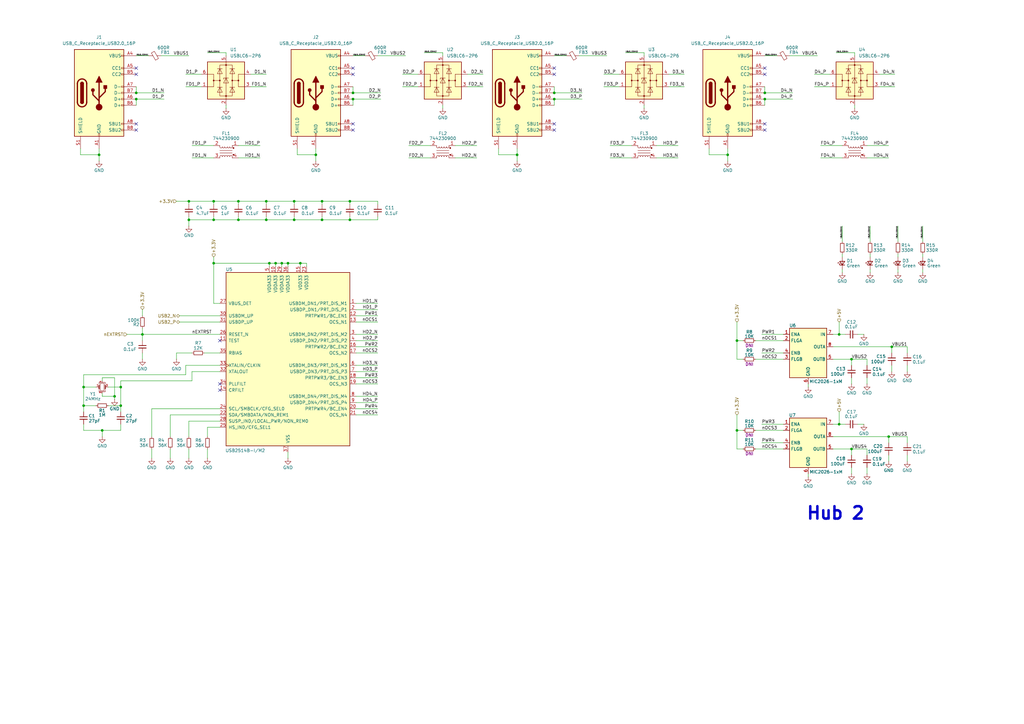
<source format=kicad_sch>
(kicad_sch (version 20231120) (generator "eeschema") (generator_version "8.0")
  (paper "A3")
  (junction (at 46.99 162.56))
  (junction (at 49.53 166.37))
  (junction (at 87.63 90.17))
  (junction (at 58.42 137.16))
  (junction (at 77.47 90.17))
  (junction (at 115.57 107.95))
  (junction (at 313.69 38.1))
  (junction (at 364.49 179.07))
  (junction (at 118.11 107.95))
  (junction (at 144.78 40.64))
  (junction (at 109.22 90.17))
  (junction (at 344.17 137.16))
  (junction (at 132.08 82.55))
  (junction (at 302.26 176.53))
  (junction (at 143.51 90.17))
  (junction (at 129.54 63.5))
  (junction (at 41.91 176.53))
  (junction (at 313.69 40.64))
  (junction (at 87.63 107.95))
  (junction (at 110.49 107.95))
  (junction (at 123.19 107.95))
  (junction (at 97.79 90.17))
  (junction (at 120.65 90.17))
  (junction (at 109.22 82.55))
  (junction (at 349.25 184.15))
  (junction (at 349.25 147.32))
  (junction (at 87.63 82.55))
  (junction (at 365.76 142.24))
  (junction (at 143.51 82.55))
  (junction (at 212.09 63.5))
  (junction (at 34.29 166.37))
  (junction (at 302.26 139.7))
  (junction (at 55.88 40.64))
  (junction (at 40.64 63.5))
  (junction (at 132.08 90.17))
  (junction (at 227.33 38.1))
  (junction (at 97.79 82.55))
  (junction (at 120.65 82.55))
  (junction (at 113.03 107.95))
  (junction (at 344.17 173.99))
  (junction (at 49.53 158.75))
  (junction (at 144.78 38.1))
  (junction (at 227.33 40.64))
  (junction (at 77.47 82.55))
  (junction (at 34.29 158.75))
  (junction (at 298.45 63.5))
  (junction (at 55.88 38.1))
  (no_connect (at 55.88 53.34))
  (no_connect (at 313.69 30.48))
  (no_connect (at 227.33 30.48))
  (no_connect (at 90.17 139.7))
  (no_connect (at 90.17 160.02))
  (no_connect (at 227.33 53.34))
  (no_connect (at 227.33 50.8))
  (no_connect (at 144.78 27.94))
  (no_connect (at 313.69 27.94))
  (no_connect (at 313.69 53.34))
  (no_connect (at 144.78 30.48))
  (no_connect (at 90.17 157.48))
  (no_connect (at 227.33 27.94))
  (no_connect (at 144.78 50.8))
  (no_connect (at 55.88 30.48))
  (no_connect (at 144.78 53.34))
  (no_connect (at 55.88 27.94))
  (no_connect (at 55.88 50.8))
  (no_connect (at 313.69 50.8))
  (wire (pts (xy 302.26 139.7) (xy 302.26 147.32)))
  (wire (pts (xy 44.45 166.37) (xy 49.53 166.37)))
  (wire (pts (xy 87.63 107.95) (xy 110.49 107.95)))
  (wire (pts (xy 312.42 173.99) (xy 321.31 173.99)))
  (wire (pts (xy 146.05 157.48) (xy 154.94 157.48)))
  (wire (pts (xy 302.26 176.53) (xy 304.8 176.53)))
  (wire (pts (xy 77.47 172.72) (xy 90.17 172.72)))
  (wire (pts (xy 186.69 59.69) (xy 195.58 59.69)))
  (wire (pts (xy 143.51 88.9) (xy 143.51 90.17)))
  (wire (pts (xy 204.47 60.96) (xy 204.47 63.5)))
  (wire (pts (xy 181.61 21.59) (xy 181.61 22.86)))
  (wire (pts (xy 204.47 63.5) (xy 212.09 63.5)))
  (wire (pts (xy 274.32 35.56) (xy 280.67 35.56)))
  (wire (pts (xy 121.92 60.96) (xy 121.92 63.5)))
  (wire (pts (xy 227.33 40.64) (xy 238.76 40.64)))
  (wire (pts (xy 120.65 90.17) (xy 132.08 90.17)))
  (wire (pts (xy 378.46 104.14) (xy 378.46 105.41)))
  (wire (pts (xy 123.19 107.95) (xy 125.73 107.95)))
  (wire (pts (xy 78.74 152.4) (xy 78.74 156.21)))
  (wire (pts (xy 41.91 162.56) (xy 41.91 161.29)))
  (wire (pts (xy 372.11 149.86) (xy 372.11 152.4)))
  (wire (pts (xy 113.03 107.95) (xy 110.49 107.95)))
  (wire (pts (xy 33.02 63.5) (xy 40.64 63.5)))
  (wire (pts (xy 227.33 35.56) (xy 227.33 38.1)))
  (wire (pts (xy 118.11 185.42) (xy 118.11 187.96)))
  (wire (pts (xy 83.82 144.78) (xy 90.17 144.78)))
  (wire (pts (xy 55.88 35.56) (xy 55.88 38.1)))
  (wire (pts (xy 313.69 22.86) (xy 318.77 22.86)))
  (wire (pts (xy 365.76 149.86) (xy 365.76 152.4)))
  (wire (pts (xy 34.29 173.99) (xy 34.29 176.53)))
  (wire (pts (xy 55.88 38.1) (xy 67.31 38.1)))
  (wire (pts (xy 350.52 43.18) (xy 350.52 44.45)))
  (wire (pts (xy 144.78 38.1) (xy 156.21 38.1)))
  (wire (pts (xy 304.8 184.15) (xy 302.26 184.15)))
  (wire (pts (xy 372.11 181.61) (xy 372.11 179.07)))
  (wire (pts (xy 336.55 59.69) (xy 345.44 59.69)))
  (wire (pts (xy 34.29 158.75) (xy 34.29 166.37)))
  (wire (pts (xy 144.78 22.86) (xy 149.86 22.86)))
  (wire (pts (xy 191.77 30.48) (xy 198.12 30.48)))
  (wire (pts (xy 173.99 21.59) (xy 181.61 21.59)))
  (wire (pts (xy 364.49 181.61) (xy 364.49 179.07)))
  (wire (pts (xy 132.08 82.55) (xy 143.51 82.55)))
  (wire (pts (xy 41.91 154.94) (xy 41.91 156.21)))
  (wire (pts (xy 302.26 132.08) (xy 302.26 139.7)))
  (wire (pts (xy 349.25 154.94) (xy 349.25 157.48)))
  (wire (pts (xy 73.66 129.54) (xy 90.17 129.54)))
  (wire (pts (xy 120.65 88.9) (xy 120.65 90.17)))
  (wire (pts (xy 313.69 40.64) (xy 313.69 43.18)))
  (wire (pts (xy 355.6 191.77) (xy 355.6 194.31)))
  (wire (pts (xy 146.05 139.7) (xy 154.94 139.7)))
  (wire (pts (xy 165.1 35.56) (xy 171.45 35.56)))
  (wire (pts (xy 55.88 40.64) (xy 67.31 40.64)))
  (wire (pts (xy 341.63 142.24) (xy 365.76 142.24)))
  (wire (pts (xy 349.25 186.69) (xy 349.25 184.15)))
  (wire (pts (xy 49.53 158.75) (xy 49.53 166.37)))
  (wire (pts (xy 44.45 158.75) (xy 49.53 158.75)))
  (wire (pts (xy 77.47 90.17) (xy 87.63 90.17)))
  (wire (pts (xy 58.42 127) (xy 58.42 129.54)))
  (wire (pts (xy 227.33 40.64) (xy 227.33 43.18)))
  (wire (pts (xy 360.68 35.56) (xy 367.03 35.56)))
  (wire (pts (xy 350.52 21.59) (xy 350.52 22.86)))
  (wire (pts (xy 302.26 139.7) (xy 304.8 139.7)))
  (wire (pts (xy 92.71 43.18) (xy 92.71 44.45)))
  (wire (pts (xy 62.23 167.64) (xy 62.23 179.07)))
  (wire (pts (xy 264.16 43.18) (xy 264.16 44.45)))
  (wire (pts (xy 247.65 30.48) (xy 254 30.48)))
  (wire (pts (xy 355.6 64.77) (xy 364.49 64.77)))
  (wire (pts (xy 309.88 184.15) (xy 321.31 184.15)))
  (wire (pts (xy 69.85 170.18) (xy 69.85 179.07)))
  (wire (pts (xy 46.99 154.94) (xy 41.91 154.94)))
  (wire (pts (xy 144.78 40.64) (xy 156.21 40.64)))
  (wire (pts (xy 154.94 82.55) (xy 154.94 83.82)))
  (wire (pts (xy 40.64 63.5) (xy 40.64 60.96)))
  (wire (pts (xy 186.69 64.77) (xy 195.58 64.77)))
  (wire (pts (xy 58.42 137.16) (xy 90.17 137.16)))
  (wire (pts (xy 298.45 63.5) (xy 298.45 66.04)))
  (wire (pts (xy 146.05 124.46) (xy 154.94 124.46)))
  (wire (pts (xy 97.79 82.55) (xy 97.79 83.82)))
  (wire (pts (xy 349.25 149.86) (xy 349.25 147.32)))
  (wire (pts (xy 146.05 167.64) (xy 154.94 167.64)))
  (wire (pts (xy 264.16 21.59) (xy 264.16 22.86)))
  (wire (pts (xy 302.26 147.32) (xy 304.8 147.32)))
  (wire (pts (xy 345.44 92.71) (xy 345.44 99.06)))
  (wire (pts (xy 309.88 147.32) (xy 321.31 147.32)))
  (wire (pts (xy 109.22 90.17) (xy 120.65 90.17)))
  (wire (pts (xy 87.63 82.55) (xy 87.63 83.82)))
  (wire (pts (xy 167.64 59.69) (xy 176.53 59.69)))
  (wire (pts (xy 309.88 176.53) (xy 321.31 176.53)))
  (wire (pts (xy 132.08 82.55) (xy 132.08 83.82)))
  (wire (pts (xy 55.88 40.64) (xy 55.88 43.18)))
  (wire (pts (xy 97.79 90.17) (xy 109.22 90.17)))
  (wire (pts (xy 269.24 64.77) (xy 278.13 64.77)))
  (wire (pts (xy 344.17 137.16) (xy 346.71 137.16)))
  (wire (pts (xy 154.94 88.9) (xy 154.94 90.17)))
  (wire (pts (xy 69.85 184.15) (xy 69.85 187.96)))
  (wire (pts (xy 341.63 137.16) (xy 344.17 137.16)))
  (wire (pts (xy 146.05 165.1) (xy 154.94 165.1)))
  (wire (pts (xy 46.99 154.94) (xy 46.99 162.56)))
  (wire (pts (xy 97.79 64.77) (xy 106.68 64.77)))
  (wire (pts (xy 85.09 175.26) (xy 85.09 179.07)))
  (wire (pts (xy 113.03 107.95) (xy 113.03 109.22)))
  (wire (pts (xy 58.42 134.62) (xy 58.42 137.16)))
  (wire (pts (xy 85.09 175.26) (xy 90.17 175.26)))
  (wire (pts (xy 378.46 110.49) (xy 378.46 111.76)))
  (wire (pts (xy 146.05 152.4) (xy 154.94 152.4)))
  (wire (pts (xy 46.99 163.83) (xy 46.99 162.56)))
  (wire (pts (xy 351.79 173.99) (xy 354.33 173.99)))
  (wire (pts (xy 76.2 30.48) (xy 82.55 30.48)))
  (wire (pts (xy 143.51 82.55) (xy 154.94 82.55)))
  (wire (pts (xy 69.85 170.18) (xy 90.17 170.18)))
  (wire (pts (xy 345.44 110.49) (xy 345.44 111.76)))
  (wire (pts (xy 118.11 107.95) (xy 118.11 109.22)))
  (wire (pts (xy 120.65 82.55) (xy 132.08 82.55)))
  (wire (pts (xy 73.66 132.08) (xy 90.17 132.08)))
  (wire (pts (xy 146.05 142.24) (xy 154.94 142.24)))
  (wire (pts (xy 115.57 107.95) (xy 115.57 109.22)))
  (wire (pts (xy 341.63 179.07) (xy 364.49 179.07)))
  (wire (pts (xy 227.33 38.1) (xy 238.76 38.1)))
  (wire (pts (xy 274.32 30.48) (xy 280.67 30.48)))
  (wire (pts (xy 355.6 149.86) (xy 355.6 147.32)))
  (wire (pts (xy 321.31 144.78) (xy 312.42 144.78)))
  (wire (pts (xy 146.05 154.94) (xy 154.94 154.94)))
  (wire (pts (xy 302.26 170.18) (xy 302.26 176.53)))
  (wire (pts (xy 34.29 176.53) (xy 41.91 176.53)))
  (wire (pts (xy 313.69 38.1) (xy 325.12 38.1)))
  (wire (pts (xy 87.63 105.41) (xy 87.63 107.95)))
  (wire (pts (xy 92.71 21.59) (xy 92.71 22.86)))
  (wire (pts (xy 129.54 63.5) (xy 129.54 66.04)))
  (wire (pts (xy 102.87 35.56) (xy 109.22 35.56)))
  (wire (pts (xy 165.1 30.48) (xy 171.45 30.48)))
  (wire (pts (xy 123.19 107.95) (xy 118.11 107.95)))
  (wire (pts (xy 87.63 82.55) (xy 97.79 82.55)))
  (wire (pts (xy 144.78 40.64) (xy 144.78 43.18)))
  (wire (pts (xy 125.73 107.95) (xy 125.73 109.22)))
  (wire (pts (xy 360.68 30.48) (xy 367.03 30.48)))
  (wire (pts (xy 55.88 22.86) (xy 60.96 22.86)))
  (wire (pts (xy 76.2 35.56) (xy 82.55 35.56)))
  (wire (pts (xy 344.17 132.08) (xy 344.17 137.16)))
  (wire (pts (xy 313.69 35.56) (xy 313.69 38.1)))
  (wire (pts (xy 212.09 63.5) (xy 212.09 66.04)))
  (wire (pts (xy 309.88 139.7) (xy 321.31 139.7)))
  (wire (pts (xy 97.79 82.55) (xy 109.22 82.55)))
  (wire (pts (xy 102.87 30.48) (xy 109.22 30.48)))
  (wire (pts (xy 121.92 63.5) (xy 129.54 63.5)))
  (wire (pts (xy 87.63 88.9) (xy 87.63 90.17)))
  (wire (pts (xy 248.92 22.86) (xy 237.49 22.86)))
  (wire (pts (xy 90.17 152.4) (xy 78.74 152.4)))
  (wire (pts (xy 341.63 173.99) (xy 344.17 173.99)))
  (wire (pts (xy 85.09 184.15) (xy 85.09 187.96)))
  (wire (pts (xy 368.3 110.49) (xy 368.3 111.76)))
  (wire (pts (xy 76.2 149.86) (xy 76.2 153.67)))
  (wire (pts (xy 290.83 60.96) (xy 290.83 63.5)))
  (wire (pts (xy 97.79 88.9) (xy 97.79 90.17)))
  (wire (pts (xy 349.25 184.15) (xy 355.6 184.15)))
  (wire (pts (xy 269.24 59.69) (xy 278.13 59.69)))
  (wire (pts (xy 132.08 90.17) (xy 143.51 90.17)))
  (wire (pts (xy 58.42 137.16) (xy 58.42 139.7)))
  (wire (pts (xy 356.87 104.14) (xy 356.87 105.41)))
  (wire (pts (xy 58.42 144.78) (xy 58.42 147.32)))
  (wire (pts (xy 181.61 43.18) (xy 181.61 44.45)))
  (wire (pts (xy 344.17 173.99) (xy 346.71 173.99)))
  (wire (pts (xy 364.49 186.69) (xy 364.49 189.23)))
  (wire (pts (xy 144.78 35.56) (xy 144.78 38.1)))
  (wire (pts (xy 72.39 144.78) (xy 78.74 144.78)))
  (wire (pts (xy 227.33 22.86) (xy 232.41 22.86)))
  (wire (pts (xy 85.09 21.59) (xy 92.71 21.59)))
  (wire (pts (xy 77.47 82.55) (xy 77.47 83.82)))
  (wire (pts (xy 109.22 88.9) (xy 109.22 90.17)))
  (wire (pts (xy 335.28 22.86) (xy 323.85 22.86)))
  (wire (pts (xy 110.49 107.95) (xy 110.49 109.22)))
  (wire (pts (xy 212.09 63.5) (xy 212.09 60.96)))
  (wire (pts (xy 331.47 157.48) (xy 331.47 158.75)))
  (wire (pts (xy 351.79 137.16) (xy 354.33 137.16)))
  (wire (pts (xy 62.23 167.64) (xy 90.17 167.64)))
  (wire (pts (xy 336.55 64.77) (xy 345.44 64.77)))
  (wire (pts (xy 143.51 90.17) (xy 154.94 90.17)))
  (wire (pts (xy 365.76 144.78) (xy 365.76 142.24)))
  (wire (pts (xy 77.47 92.71) (xy 77.47 90.17)))
  (wire (pts (xy 123.19 107.95) (xy 123.19 109.22)))
  (wire (pts (xy 129.54 63.5) (xy 129.54 60.96)))
  (wire (pts (xy 76.2 149.86) (xy 90.17 149.86)))
  (wire (pts (xy 341.63 184.15) (xy 349.25 184.15)))
  (wire (pts (xy 109.22 82.55) (xy 109.22 83.82)))
  (wire (pts (xy 109.22 82.55) (xy 120.65 82.55)))
  (wire (pts (xy 87.63 107.95) (xy 87.63 124.46)))
  (wire (pts (xy 146.05 127) (xy 154.94 127)))
  (wire (pts (xy 368.3 104.14) (xy 368.3 105.41)))
  (wire (pts (xy 345.44 104.14) (xy 345.44 105.41)))
  (wire (pts (xy 34.29 166.37) (xy 34.29 168.91)))
  (wire (pts (xy 34.29 158.75) (xy 39.37 158.75)))
  (wire (pts (xy 356.87 92.71) (xy 356.87 99.06)))
  (wire (pts (xy 368.3 92.71) (xy 368.3 99.06)))
  (wire (pts (xy 41.91 176.53) (xy 41.91 179.07)))
  (wire (pts (xy 247.65 35.56) (xy 254 35.56)))
  (wire (pts (xy 250.19 59.69) (xy 259.08 59.69)))
  (wire (pts (xy 97.79 59.69) (xy 106.68 59.69)))
  (wire (pts (xy 334.01 35.56) (xy 340.36 35.56)))
  (wire (pts (xy 290.83 63.5) (xy 298.45 63.5)))
  (wire (pts (xy 78.74 156.21) (xy 49.53 156.21)))
  (wire (pts (xy 34.29 166.37) (xy 39.37 166.37)))
  (wire (pts (xy 146.05 144.78) (xy 154.94 144.78)))
  (wire (pts (xy 41.91 176.53) (xy 49.53 176.53)))
  (wire (pts (xy 344.17 168.91) (xy 344.17 173.99)))
  (wire (pts (xy 77.47 88.9) (xy 77.47 90.17)))
  (wire (pts (xy 256.54 21.59) (xy 264.16 21.59)))
  (wire (pts (xy 349.25 147.32) (xy 355.6 147.32)))
  (wire (pts (xy 146.05 149.86) (xy 154.94 149.86)))
  (wire (pts (xy 321.31 137.16) (xy 312.42 137.16)))
  (wire (pts (xy 191.77 35.56) (xy 198.12 35.56)))
  (wire (pts (xy 372.11 144.78) (xy 372.11 142.24)))
  (wire (pts (xy 52.07 137.16) (xy 58.42 137.16)))
  (wire (pts (xy 77.47 172.72) (xy 77.47 179.07)))
  (wire (pts (xy 364.49 179.07) (xy 372.11 179.07)))
  (wire (pts (xy 87.63 90.17) (xy 97.79 90.17)))
  (wire (pts (xy 62.23 184.15) (xy 62.23 187.96)))
  (wire (pts (xy 313.69 40.64) (xy 325.12 40.64)))
  (wire (pts (xy 33.02 60.96) (xy 33.02 63.5)))
  (wire (pts (xy 146.05 170.18) (xy 154.94 170.18)))
  (wire (pts (xy 331.47 194.31) (xy 331.47 195.58)))
  (wire (pts (xy 334.01 30.48) (xy 340.36 30.48)))
  (wire (pts (xy 132.08 88.9) (xy 132.08 90.17)))
  (wire (pts (xy 76.2 153.67) (xy 34.29 153.67)))
  (wire (pts (xy 146.05 137.16) (xy 154.94 137.16)))
  (wire (pts (xy 372.11 186.69) (xy 372.11 189.23)))
  (wire (pts (xy 146.05 132.08) (xy 154.94 132.08)))
  (wire (pts (xy 349.25 191.77) (xy 349.25 194.31)))
  (wire (pts (xy 120.65 82.55) (xy 120.65 83.82)))
  (wire (pts (xy 87.63 124.46) (xy 90.17 124.46)))
  (wire (pts (xy 78.74 59.69) (xy 87.63 59.69)))
  (wire (pts (xy 40.64 63.5) (xy 40.64 66.04)))
  (wire (pts (xy 87.63 64.77) (xy 78.74 64.77)))
  (wire (pts (xy 355.6 186.69) (xy 355.6 184.15)))
  (wire (pts (xy 341.63 147.32) (xy 349.25 147.32)))
  (wire (pts (xy 49.53 166.37) (xy 49.53 168.91)))
  (wire (pts (xy 298.45 63.5) (xy 298.45 60.96)))
  (wire (pts (xy 356.87 110.49) (xy 356.87 111.76)))
  (wire (pts (xy 378.46 92.71) (xy 378.46 99.06)))
  (wire (pts (xy 115.57 107.95) (xy 118.11 107.95)))
  (wire (pts (xy 41.91 162.56) (xy 46.99 162.56)))
  (wire (pts (xy 355.6 154.94) (xy 355.6 157.48)))
  (wire (pts (xy 166.37 22.86) (xy 154.94 22.86)))
  (wire (pts (xy 365.76 142.24) (xy 372.11 142.24)))
  (wire (pts (xy 342.9 21.59) (xy 350.52 21.59)))
  (wire (pts (xy 77.47 82.55) (xy 87.63 82.55)))
  (wire (pts (xy 302.26 184.15) (xy 302.26 176.53)))
  (wire (pts (xy 176.53 64.77) (xy 167.64 64.77)))
  (wire (pts (xy 49.53 173.99) (xy 49.53 176.53)))
  (wire (pts (xy 72.39 144.78) (xy 72.39 147.32)))
  (wire (pts (xy 115.57 107.95) (xy 113.03 107.95)))
  (wire (pts (xy 312.42 181.61) (xy 321.31 181.61)))
  (wire (pts (xy 77.47 22.86) (xy 66.04 22.86)))
  (wire (pts (xy 143.51 82.55) (xy 143.51 83.82)))
  (wire (pts (xy 146.05 129.54) (xy 154.94 129.54)))
  (wire (pts (xy 34.29 153.67) (xy 34.29 158.75)))
  (wire (pts (xy 72.39 82.55) (xy 77.47 82.55)))
  (wire (pts (xy 355.6 59.69) (xy 364.49 59.69)))
  (wire (pts (xy 146.05 162.56) (xy 154.94 162.56)))
  (wire (pts (xy 49.53 156.21) (xy 49.53 158.75)))
  (wire (pts (xy 77.47 184.15) (xy 77.47 187.96)))
  (wire (pts (xy 250.19 64.77) (xy 259.08 64.77)))
  (text "Hub 2" (at 330.454 213.614 0) (effects (font (size 5.08 5.08) (thickness 1.016) (bold yes)) (justify left bottom)))
  (label "nOCS3" (at 154.94 157.48 180))
  (label "D4_P" (at 325.12 40.64 180))
  (label "FD2_N" (at 167.64 64.77 0))
  (label "VBUS_CONN2" (at 173.99 21.59 0) (effects (font (size 0.508 0.508))))
  (label "VBUS_CONN1" (at 60.96 22.86 180) (effects (font (size 0.508 0.508))))
  (label "FD2_P" (at 165.1 35.56 0))
  (label "HD4_N" (at 364.49 64.77 180))
  (label "PWR4" (at 154.94 167.64 180))
  (label "PWR2" (at 154.94 142.24 180))
  (label "VBUS_CONN1" (at 345.44 92.71 270) (effects (font (size 0.508 0.508))))
  (label "VBUS_CONN1" (at 85.09 21.59 0) (effects (font (size 0.508 0.508))))
  (label "nOCS1" (at 154.94 132.08 180))
  (label "D1_P" (at 76.2 30.48 0))
  (label "FD3_N" (at 250.19 64.77 0))
  (label "VBUS2" (at 355.6 147.32 180))
  (label "PWR1" (at 154.94 129.54 180))
  (label "D2_N" (at 156.21 38.1 180))
  (label "VBUS4" (at 335.28 22.86 180))
  (label "PWR2" (at 312.42 144.78 0))
  (label "FD1_N" (at 78.74 64.77 0))
  (label "VBUS_CONN3" (at 232.41 22.86 180) (effects (font (size 0.508 0.508))))
  (label "nEXTRST" (at 78.74 137.16 0))
  (label "HD3_P" (at 154.94 152.4 180))
  (label "PWR4" (at 312.42 181.61 0))
  (label "nOCS3" (at 312.42 176.53 0))
  (label "PWR3" (at 312.42 173.99 0))
  (label "HD1_P" (at 154.94 127 180))
  (label "D1_N" (at 67.31 38.1 180))
  (label "VBUS2" (at 166.37 22.86 180))
  (label "VBUS_CONN4" (at 342.9 21.59 0) (effects (font (size 0.508 0.508))))
  (label "VBUS3" (at 248.92 22.86 180))
  (label "HD3_N" (at 154.94 149.86 180))
  (label "HD3_N" (at 278.13 64.77 180))
  (label "D4_P" (at 334.01 30.48 0))
  (label "nOCS1" (at 312.42 139.7 0))
  (label "HD4_P" (at 154.94 165.1 180))
  (label "FD1_P" (at 78.74 59.69 0))
  (label "FD4_P" (at 334.01 35.56 0))
  (label "VBUS4" (at 355.6 184.15 180))
  (label "nOCS2" (at 312.42 147.32 0))
  (label "HD1_N" (at 106.68 64.77 180))
  (label "VBUS1" (at 77.47 22.86 180))
  (label "nOCS2" (at 154.94 144.78 180))
  (label "D1_P" (at 67.31 40.64 180))
  (label "VBUS_CONN4" (at 378.46 92.71 270) (effects (font (size 0.508 0.508))))
  (label "FD3_P" (at 250.19 59.69 0))
  (label "nOCS4" (at 154.94 170.18 180))
  (label "D1_N" (at 109.22 30.48 180))
  (label "VBUS_CONN3" (at 256.54 21.59 0) (effects (font (size 0.508 0.508))))
  (label "D3_N" (at 238.76 38.1 180))
  (label "HD1_P" (at 106.68 59.69 180))
  (label "D2_N" (at 198.12 30.48 180))
  (label "HD4_N" (at 154.94 162.56 180))
  (label "HD2_P" (at 195.58 59.69 180))
  (label "VBUS1" (at 372.11 142.24 180))
  (label "FD4_N" (at 367.03 35.56 180))
  (label "D4_N" (at 367.03 30.48 180))
  (label "FD1_N" (at 109.22 35.56 180))
  (label "D4_N" (at 325.12 38.1 180))
  (label "D3_N" (at 280.67 30.48 180))
  (label "D3_P" (at 247.65 30.48 0))
  (label "nOCS4" (at 312.42 184.15 0))
  (label "FD1_P" (at 76.2 35.56 0))
  (label "D2_P" (at 156.21 40.64 180))
  (label "FD4_N" (at 336.55 64.77 0))
  (label "PWR3" (at 154.94 154.94 180))
  (label "HD3_P" (at 278.13 59.69 180))
  (label "HD2_N" (at 195.58 64.77 180))
  (label "HD4_P" (at 364.49 59.69 180))
  (label "PWR1" (at 312.42 137.16 0))
  (label "VBUS_CONN2" (at 356.87 92.71 270) (effects (font (size 0.508 0.508))))
  (label "HD2_N" (at 154.94 137.16 180))
  (label "D3_P" (at 238.76 40.64 180))
  (label "VBUS3" (at 372.11 179.07 180))
  (label "VBUS_CONN4" (at 318.77 22.86 180) (effects (font (size 0.508 0.508))))
  (label "VBUS_CONN2" (at 149.86 22.86 180) (effects (font (size 0.508 0.508))))
  (label "FD2_P" (at 167.64 59.69 0))
  (label "FD3_P" (at 247.65 35.56 0))
  (label "FD2_N" (at 198.12 35.56 180))
  (label "VBUS_CONN3" (at 368.3 92.71 270) (effects (font (size 0.508 0.508))))
  (label "FD3_N" (at 280.67 35.56 180))
  (label "D2_P" (at 165.1 30.48 0))
  (label "HD1_N" (at 154.94 124.46 180))
  (label "FD4_P" (at 336.55 59.69 0))
  (label "HD2_P" (at 154.94 139.7 180))
  (hierarchical_label "nEXTRST" (shape input) (at 52.07 137.16 180))
  (hierarchical_label "+5V" (shape input) (at 344.17 132.08 90))
  (hierarchical_label "+3.3V" (shape input) (at 87.63 105.41 90))
  (hierarchical_label "USB2_N" (shape bidirectional) (at 73.66 129.54 180))
  (hierarchical_label "+3.3V" (shape input) (at 72.39 82.55 180))
  (hierarchical_label "+3.3V" (shape input) (at 302.26 170.18 90))
  (hierarchical_label "+5V" (shape input) (at 344.17 168.91 90))
  (hierarchical_label "+3.3V" (shape input) (at 58.42 127 90))
  (hierarchical_label "+3.3V" (shape input) (at 302.26 132.08 90))
  (hierarchical_label "USB2_P" (shape bidirectional) (at 73.66 132.08 180))
  (symbol (lib_id "Device:R_Small") (at 77.47 181.61 0) (unit 1)
    (property "Reference" "R5" (at 72.39 180.594 0) (effects (justify left)))
    (property "Value" "36K" (at 72.39 182.626 0) (effects (justify left)))
    (property "Footprint" "Resistor_SMD:R_0603_1608Metric" (effects (hide yes)))
    (property "Field4" "Farnell" (effects (hide yes)))
    (property "Field5" "1458788" (effects (hide yes)))
    (property "Field7" "Rohm" (effects (hide yes)))
    (property "Field6" "MCR01MZPF3602" (effects (hide yes)))
    (property "Part Description" "Resistor 36K M1005 1% 63mW" (effects (hide yes)))
  )
  (symbol (lib_id "power:GND") (at 354.33 173.99 0) (unit 1)
    (property "Reference" "#PWR047" (effects (hide yes)))
    (property "Value" "GND" (at 354.33 177.8 0))
    (property "Description" "Power symbol creates a global label with name \"GND\" , ground" (effects (hide yes)))
  )
  (symbol (lib_id "power:GND") (at 368.3 111.76 0) (unit 1)
    (property "Reference" "#PWR059" (effects (hide yes)))
    (property "Value" "GND" (at 368.3 115.316 0))
    (property "Description" "Power symbol creates a global label with name \"GND\" , ground" (effects (hide yes)))
  )
  (symbol (lib_id "Device:FerriteBead_Small") (at 234.95 22.86 270) (mirror x) (unit 1)
    (property "Reference" "FB3" (at 239.268 21.463 90))
    (property "Value" "600R" (at 238.506 19.558 90))
    (property "Footprint" "Inductor_SMD:L_0603_1608Metric" (effects (hide yes)))
  )
  (symbol (lib_id "Power_Protection:USBLC6-2P6") (at 92.71 33.02 0) (unit 1)
    (property "Reference" "U1" (at 94.3611 20.32 0) (effects (justify left)))
    (property "Value" "USBLC6-2P6" (at 94.3611 22.86 0) (effects (justify left)))
    (property "Footprint" "Package_TO_SOT_SMD:SOT-23-6" (effects (hide yes)))
    (property "Datasheet" "https://www.st.com/resource/en/datasheet/usblc6-2.pdf" (effects (hide yes)))
  )
  (symbol (lib_id "Connector:USB_C_Receptacle_USB2.0_16P") (at 298.45 38.1 0) (unit 1)
    (property "Reference" "J4" (at 298.45 15.24 0))
    (property "Value" "USB_C_Receptacle_USB2.0_16P" (at 298.45 17.78 0))
    (property "Footprint" "CameraHub:USBC-121SMT-4BS2S" (effects (hide yes)))
    (property "Datasheet" "https://www.usb.org/sites/default/files/documents/usb_type-c.zip" (effects (hide yes)))
    (property "Description" "USB 2.0-only 16P Type-C Receptacle connector" (effects (hide yes)))
  )
  (symbol (lib_id "Device:C_Small") (at 355.6 189.23 0) (unit 1)
    (property "Reference" "C19" (at 357.759 188.214 0) (effects (justify left)))
    (property "Value" "0.1uF" (at 357.759 190.373 0) (effects (justify left)))
    (property "Footprint" "Capacitor_SMD:C_0603_1608Metric" (effects (hide yes)))
  )
  (symbol (lib_id "power:GND") (at 212.09 66.04 0) (unit 1)
    (property "Reference" "#PWR04" (effects (hide yes)))
    (property "Value" "GND" (at 212.09 69.85 0))
    (property "Description" "Power symbol creates a global label with name \"GND\" , ground" (effects (hide yes)))
  )
  (symbol (lib_id "power:GND") (at 46.99 163.83 0) (unit 1)
    (property "Reference" "#PWR077" (effects (hide yes)))
    (property "Value" "GND" (at 46.99 167.64 0))
    (property "Description" "Power symbol creates a global label with name \"GND\" , ground" (effects (hide yes)))
  )
  (symbol (lib_id "Device:R_Small") (at 307.34 139.7 90) (unit 1)
    (property "Reference" "R8" (at 307.34 136.144 90))
    (property "Value" "10K" (at 307.34 137.922 90))
    (property "Footprint" "Resistor_SMD:R_0603_1608Metric" (effects (hide yes)))
    (property "Description" "DNI" (at 307.34 141.732 90))
  )
  (symbol (lib_id "Device:R_Small") (at 345.44 101.6 0) (unit 1)
    (property "Reference" "R12" (at 346.71 100.584 0) (effects (justify left)))
    (property "Value" "330R" (at 346.71 102.616 0) (effects (justify left)))
    (property "Footprint" "Resistor_SMD:R_0603_1608Metric" (effects (hide yes)))
    (property "Description" "Resistor, small symbol" (effects (hide yes)))
  )
  (symbol (lib_id "power:GND") (at 378.46 111.76 0) (unit 1)
    (property "Reference" "#PWR07" (effects (hide yes)))
    (property "Value" "GND" (at 378.46 115.316 0))
    (property "Description" "Power symbol creates a global label with name \"GND\" , ground" (effects (hide yes)))
  )
  (symbol (lib_id "power:GND") (at 118.11 187.96 0) (unit 1)
    (property "Reference" "#PWR039" (effects (hide yes)))
    (property "Value" "GND" (at 118.11 191.77 0))
    (property "Description" "Power symbol creates a global label with name \"GND\" , ground" (effects (hide yes)))
  )
  (symbol (lib_id "power:GND") (at 58.42 147.32 0) (unit 1)
    (property "Reference" "#PWR020" (effects (hide yes)))
    (property "Value" "GND" (at 58.42 151.257 0))
    (property "Description" "Power symbol creates a global label with name \"GND\" , ground" (effects (hide yes)))
  )
  (symbol (lib_name "USBLC6-2P6_2") (lib_id "Power_Protection:USBLC6-2P6") (at 181.61 33.02 0) (unit 1)
    (property "Reference" "U2" (at 183.2611 20.32 0) (effects (justify left)))
    (property "Value" "USBLC6-2P6" (at 183.2611 22.86 0) (effects (justify left)))
    (property "Footprint" "Package_TO_SOT_SMD:SOT-23-6" (effects (hide yes)))
    (property "Datasheet" "https://www.st.com/resource/en/datasheet/usblc6-2.pdf" (effects (hide yes)))
  )
  (symbol (lib_id "power:GND") (at 355.6 157.48 0) (unit 1)
    (property "Reference" "#PWR048" (effects (hide yes)))
    (property "Value" "GND" (at 355.6 161.163 0))
    (property "Description" "Power symbol creates a global label with name \"GND\" , ground" (effects (hide yes)))
  )
  (symbol (lib_id "Device:Crystal_GND24_Small") (at 41.91 158.75 0) (unit 1)
    (property "Reference" "Y1" (at 38.1 161.544 0))
    (property "Value" "24MHz" (at 38.1 163.576 0))
    (property "Footprint" "Crystal:Crystal_SMD_3225-4Pin_3.2x2.5mm" (effects (hide yes)))
    (property "Description" "Four pin crystal, GND on pins 2 and 4, small symbol" (effects (hide yes)))
    (property "Field4" "Farnell" (effects (hide yes)))
    (property "Field5" "2508493" (effects (hide yes)))
    (property "Field7" "AEL" (effects (hide yes)))
    (property "Field6" "X24M000000S128" (effects (hide yes)))
    (property "Part Description" "24MHz Crystal 18pf 30ppm 30ppm" (effects (hide yes)))
  )
  (symbol (lib_id "Device:C_Small") (at 349.25 189.23 0) (unit 1)
    (property "Reference" "C18" (at 342.9 188.087 0) (effects (justify left)))
    (property "Value" "100uF" (at 340.614 190.246 0) (effects (justify left)))
    (property "Footprint" "Capacitor_SMD:C_0805_2012Metric" (effects (hide yes)))
  )
  (symbol (lib_id "Filter:Choke_Wurth_WE-CNSW_744232090") (at 264.16 62.23 0) (mirror y) (unit 1)
    (property "Reference" "FL3" (at 264.16 54.737 0))
    (property "Value" "744230900" (at 264.16 56.769 0))
    (property "Footprint" "CameraHub:CHIP_230900_WRE" (effects (hide yes)))
    (property "Datasheet" "https://www.we-online.com/components/products/datasheet/744232090.pdf" (effects (hide yes)))
    (property "Description" "Common mode choke, 370 mA, 125VDC, USB2.0, 111 nH" (effects (hide yes)))
  )
  (symbol (lib_id "Filter:Choke_Wurth_WE-CNSW_744232090") (at 92.71 62.23 0) (mirror y) (unit 1)
    (property "Reference" "FL1" (at 92.71 54.737 0))
    (property "Value" "744230900" (at 92.71 56.769 0))
    (property "Footprint" "CameraHub:CHIP_230900_WRE" (effects (hide yes)))
    (property "Datasheet" "https://www.we-online.com/components/products/datasheet/744232090.pdf" (effects (hide yes)))
    (property "Description" "Common mode choke, 370 mA, 125VDC, USB2.0, 111 nH" (effects (hide yes)))
  )
  (symbol (lib_id "Device:LED_Small") (at 368.3 107.95 90) (unit 1)
    (property "Reference" "D3" (at 370.078 106.934 90) (effects (justify right)))
    (property "Value" "Green" (at 370.078 108.966 90) (effects (justify right)))
    (property "Footprint" "LED_SMD:LED_0603_1608Metric" (effects (hide yes)))
    (property "Description" "Light emitting diode, small symbol" (effects (hide yes)))
  )
  (symbol (lib_id "power:GND") (at 85.09 187.96 0) (unit 1)
    (property "Reference" "#PWR037" (effects (hide yes)))
    (property "Value" "GND" (at 85.09 191.77 0))
    (property "Description" "Power symbol creates a global label with name \"GND\" , ground" (effects (hide yes)))
  )
  (symbol (lib_id "Device:R_Small") (at 356.87 101.6 0) (unit 1)
    (property "Reference" "R13" (at 358.14 100.584 0) (effects (justify left)))
    (property "Value" "330R" (at 358.14 102.616 0) (effects (justify left)))
    (property "Footprint" "Resistor_SMD:R_0603_1608Metric" (effects (hide yes)))
    (property "Description" "Resistor, small symbol" (effects (hide yes)))
  )
  (symbol (lib_id "Device:C_Small") (at 349.25 173.99 90) (unit 1)
    (property "Reference" "C17" (at 351.155 168.91 90) (effects (justify left)))
    (property "Value" "0.1uF" (at 351.917 170.815 90) (effects (justify left)))
    (property "Footprint" "Capacitor_SMD:C_0603_1608Metric" (effects (hide yes)))
  )
  (symbol (lib_id "Device:R_Small") (at 58.42 132.08 180) (unit 1)
    (property "Reference" "R2" (at 55.88 133.096 0))
    (property "Value" "100K" (at 54.864 131.318 0))
    (property "Footprint" "Resistor_SMD:R_0603_1608Metric" (effects (hide yes)))
    (property "Field4" "Farnell" (effects (hide yes)))
    (property "Field5" "1458788" (effects (hide yes)))
    (property "Field7" "Rohm" (effects (hide yes)))
    (property "Field6" "MCR01MZPF3602" (effects (hide yes)))
    (property "Part Description" "Resistor 36K M1005 1% 63mW" (effects (hide yes)))
  )
  (symbol (lib_id "power:GND") (at 372.11 152.4 0) (unit 1)
    (property "Reference" "#PWR052" (effects (hide yes)))
    (property "Value" "GND" (at 372.11 156.083 0))
    (property "Description" "Power symbol creates a global label with name \"GND\" , ground" (effects (hide yes)))
  )
  (symbol (lib_id "Device:LED_Small") (at 356.87 107.95 90) (unit 1)
    (property "Reference" "D2" (at 358.648 106.934 90) (effects (justify right)))
    (property "Value" "Green" (at 358.648 108.966 90) (effects (justify right)))
    (property "Footprint" "LED_SMD:LED_0603_1608Metric" (effects (hide yes)))
    (property "Description" "Light emitting diode, small symbol" (effects (hide yes)))
  )
  (symbol (lib_id "Device:C_Small") (at 87.63 86.36 0) (unit 1)
    (property "Reference" "C5" (at 90.551 85.1916 0) (effects (justify left)))
    (property "Value" "1uF" (at 90.551 87.503 0) (effects (justify left)))
    (property "Footprint" "Capacitor_SMD:C_0603_1608Metric" (effects (hide yes)))
    (property "Field5" "490-14381-1-ND" (effects (hide yes)))
    (property "Field4" "Digikey" (effects (hide yes)))
    (property "Field6" "GRM21BR71A106KA73L" (effects (hide yes)))
    (property "Field7" "Murata" (effects (hide yes)))
    (property "Part Description" "	10uF 10% 10V Ceramic Capacitor X7R 0805 (2012 Metric)" (effects (hide yes)))
    (property "Field8" "111893011" (effects (hide yes)))
  )
  (symbol (lib_id "Device:R_Small") (at 81.28 144.78 90) (unit 1)
    (property "Reference" "R7" (at 81.28 140.716 90))
    (property "Value" "12K" (at 81.28 142.748 90))
    (property "Footprint" "Resistor_SMD:R_0603_1608Metric" (effects (hide yes)))
    (property "Field4" "Farnell" (effects (hide yes)))
    (property "Field5" "9239367" (effects (hide yes)))
    (property "Field7" "Rohm" (effects (hide yes)))
    (property "Field6" "MCR01MZPF1202" (effects (hide yes)))
    (property "Part Description" "Resistor 12K M1005 1% 63mW" (effects (hide yes)))
  )
  (symbol (lib_id "Device:C_Small") (at 349.25 137.16 90) (unit 1)
    (property "Reference" "C12" (at 351.155 132.08 90) (effects (justify left)))
    (property "Value" "0.1uF" (at 351.917 133.985 90) (effects (justify left)))
    (property "Footprint" "Capacitor_SMD:C_0603_1608Metric" (effects (hide yes)))
  )
  (symbol (lib_id "power:GND") (at 77.47 187.96 0) (unit 1)
    (property "Reference" "#PWR033" (effects (hide yes)))
    (property "Value" "GND" (at 77.47 191.77 0))
    (property "Description" "Power symbol creates a global label with name \"GND\" , ground" (effects (hide yes)))
  )
  (symbol (lib_id "power:GND") (at 350.52 44.45 0) (unit 1)
    (property "Reference" "#PWR06" (effects (hide yes)))
    (property "Value" "GND" (at 350.52 48.26 0))
    (property "Description" "Power symbol creates a global label with name \"GND\" , ground" (effects (hide yes)))
  )
  (symbol (lib_id "Device:R_Small") (at 85.09 181.61 0) (unit 1)
    (property "Reference" "R6" (at 80.01 180.594 0) (effects (justify left)))
    (property "Value" "36K" (at 80.01 182.626 0) (effects (justify left)))
    (property "Footprint" "Resistor_SMD:R_0603_1608Metric" (effects (hide yes)))
    (property "Field4" "Farnell" (effects (hide yes)))
    (property "Field5" "1458788" (effects (hide yes)))
    (property "Field7" "Rohm" (effects (hide yes)))
    (property "Field6" "MCR01MZPF3602" (effects (hide yes)))
    (property "Part Description" "Resistor 36K M1005 1% 63mW" (effects (hide yes)))
  )
  (symbol (lib_id "power:GND") (at 92.71 44.45 0) (unit 1)
    (property "Reference" "#PWR038" (effects (hide yes)))
    (property "Value" "GND" (at 92.71 48.26 0))
    (property "Description" "Power symbol creates a global label with name \"GND\" , ground" (effects (hide yes)))
  )
  (symbol (lib_id "power:GND") (at 77.47 92.71 0) (unit 1)
    (property "Reference" "#PWR036" (effects (hide yes)))
    (property "Value" "GND" (at 77.47 96.52 0))
    (property "Description" "Power symbol creates a global label with name \"GND\" , ground" (effects (hide yes)))
  )
  (symbol (lib_id "Device:R_Small") (at 307.34 176.53 90) (unit 1)
    (property "Reference" "R10" (at 307.34 172.847 90))
    (property "Value" "10K" (at 307.34 174.625 90))
    (property "Footprint" "Resistor_SMD:R_0603_1608Metric" (effects (hide yes)))
    (property "Description" "DNI" (at 307.34 178.435 90))
  )
  (symbol (lib_id "Device:R_Small") (at 307.34 147.32 90) (unit 1)
    (property "Reference" "R9" (at 307.34 143.764 90))
    (property "Value" "10K" (at 307.34 145.542 90))
    (property "Footprint" "Resistor_SMD:R_0603_1608Metric" (effects (hide yes)))
    (property "Description" "DNI" (at 307.34 149.352 90))
  )
  (symbol (lib_id "Device:C_Small") (at 364.49 184.15 0) (unit 1)
    (property "Reference" "C20" (at 358.14 183.007 0) (effects (justify left)))
    (property "Value" "100uF" (at 355.854 185.166 0) (effects (justify left)))
    (property "Footprint" "Capacitor_SMD:C_0805_2012Metric" (effects (hide yes)))
  )
  (symbol (lib_id "power:GND") (at 356.87 111.76 0) (unit 1)
    (property "Reference" "#PWR058" (effects (hide yes)))
    (property "Value" "GND" (at 356.87 115.316 0))
    (property "Description" "Power symbol creates a global label with name \"GND\" , ground" (effects (hide yes)))
  )
  (symbol (lib_id "power:GND") (at 349.25 194.31 0) (unit 1)
    (property "Reference" "#PWR08" (effects (hide yes)))
    (property "Value" "GND" (at 349.25 197.993 0))
    (property "Description" "Power symbol creates a global label with name \"GND\" , ground" (effects (hide yes)))
  )
  (symbol (lib_id "power:GND") (at 181.61 44.45 0) (unit 1)
    (property "Reference" "#PWR041" (effects (hide yes)))
    (property "Value" "GND" (at 181.61 48.26 0))
    (property "Description" "Power symbol creates a global label with name \"GND\" , ground" (effects (hide yes)))
  )
  (symbol (lib_id "Device:LED_Small") (at 345.44 107.95 90) (unit 1)
    (property "Reference" "D1" (at 347.218 106.934 90) (effects (justify right)))
    (property "Value" "Green" (at 347.218 108.966 90) (effects (justify right)))
    (property "Footprint" "LED_SMD:LED_0603_1608Metric" (effects (hide yes)))
    (property "Description" "Light emitting diode, small symbol" (effects (hide yes)))
  )
  (symbol (lib_id "power:GND") (at 129.54 66.04 0) (unit 1)
    (property "Reference" "#PWR040" (effects (hide yes)))
    (property "Value" "GND" (at 129.54 69.85 0))
    (property "Description" "Power symbol creates a global label with name \"GND\" , ground" (effects (hide yes)))
  )
  (symbol (lib_id "Device:C_Small") (at 372.11 147.32 0) (unit 1)
    (property "Reference" "C16" (at 374.269 146.304 0) (effects (justify left)))
    (property "Value" "0.1uF" (at 374.269 148.463 0) (effects (justify left)))
    (property "Footprint" "Capacitor_SMD:C_0603_1608Metric" (effects (hide yes)))
  )
  (symbol (lib_id "power:GND") (at 62.23 187.96 0) (unit 1)
    (property "Reference" "#PWR021" (effects (hide yes)))
    (property "Value" "GND" (at 62.23 191.77 0))
    (property "Description" "Power symbol creates a global label with name \"GND\" , ground" (effects (hide yes)))
  )
  (symbol (lib_id "Device:R_Small") (at 62.23 181.61 0) (unit 1)
    (property "Reference" "R3" (at 57.15 180.594 0) (effects (justify left)))
    (property "Value" "36K" (at 57.15 182.626 0) (effects (justify left)))
    (property "Footprint" "Resistor_SMD:R_0603_1608Metric" (effects (hide yes)))
    (property "Field4" "Farnell" (effects (hide yes)))
    (property "Field5" "1458788" (effects (hide yes)))
    (property "Field7" "Rohm" (effects (hide yes)))
    (property "Field6" "MCR01MZPF3602" (effects (hide yes)))
    (property "Part Description" "Resistor 36K M1005 1% 63mW" (effects (hide yes)))
  )
  (symbol (lib_id "Device:C_Small") (at 365.76 147.32 0) (unit 1)
    (property "Reference" "C15" (at 359.41 146.177 0) (effects (justify left)))
    (property "Value" "100uF" (at 357.124 148.336 0) (effects (justify left)))
    (property "Footprint" "Capacitor_SMD:C_0805_2012Metric" (effects (hide yes)))
  )
  (symbol (lib_id "Device:FerriteBead_Small") (at 152.4 22.86 270) (mirror x) (unit 1)
    (property "Reference" "FB2" (at 156.718 21.463 90))
    (property "Value" "600R" (at 155.956 19.558 90))
    (property "Footprint" "Inductor_SMD:L_0603_1608Metric" (effects (hide yes)))
  )
  (symbol (lib_id "Device:C_Small") (at 143.51 86.36 0) (unit 1)
    (property "Reference" "C10" (at 146.431 85.1916 0) (effects (justify left)))
    (property "Value" "0.1uF" (at 146.431 87.503 0) (effects (justify left)))
    (property "Footprint" "Capacitor_SMD:C_0603_1608Metric" (effects (hide yes)))
    (property "Field4" "Farnell" (effects (hide yes)))
    (property "Field5" "2611911" (effects (hide yes)))
    (property "Field6" "RM EMK105 B7104KV-F" (effects (hide yes)))
    (property "Field7" "TAIYO YUDEN EUROPE GMBH" (effects (hide yes)))
    (property "Part Description" "	0.1uF 10% 16V Ceramic Capacitor X7R 0402 (1005 Metric)" (effects (hide yes)))
    (property "Field8" "110091611" (effects (hide yes)))
  )
  (symbol (lib_id "power:GND") (at 331.47 158.75 0) (unit 1)
    (property "Reference" "#PWR042" (effects (hide yes)))
    (property "Value" "GND" (at 331.47 162.56 0))
    (property "Description" "Power symbol creates a global label with name \"GND\" , ground" (effects (hide yes)))
  )
  (symbol (lib_id "Device:C_Small") (at 109.22 86.36 0) (unit 1)
    (property "Reference" "C7" (at 112.141 85.1916 0) (effects (justify left)))
    (property "Value" "0.1uF" (at 112.141 87.503 0) (effects (justify left)))
    (property "Footprint" "Capacitor_SMD:C_0603_1608Metric" (effects (hide yes)))
    (property "Field4" "Farnell" (effects (hide yes)))
    (property "Field5" "2611911" (effects (hide yes)))
    (property "Field6" "RM EMK105 B7104KV-F" (effects (hide yes)))
    (property "Field7" "TAIYO YUDEN EUROPE GMBH" (effects (hide yes)))
    (property "Part Description" "	0.1uF 10% 16V Ceramic Capacitor X7R 0402 (1005 Metric)" (effects (hide yes)))
    (property "Field8" "110091611" (effects (hide yes)))
  )
  (symbol (lib_id "Device:C_Small") (at 355.6 152.4 0) (unit 1)
    (property "Reference" "C14" (at 357.759 151.384 0) (effects (justify left)))
    (property "Value" "0.1uF" (at 357.759 153.543 0) (effects (justify left)))
    (property "Footprint" "Capacitor_SMD:C_0603_1608Metric" (effects (hide yes)))
  )
  (symbol (lib_id "power:GND") (at 40.64 66.04 0) (unit 1)
    (property "Reference" "#PWR015" (effects (hide yes)))
    (property "Value" "GND" (at 40.64 69.85 0))
    (property "Description" "Power symbol creates a global label with name \"GND\" , ground" (effects (hide yes)))
  )
  (symbol (lib_id "Device:R_Small") (at 41.91 166.37 90) (unit 1)
    (property "Reference" "R1" (at 41.91 168.402 90))
    (property "Value" "1M" (at 41.91 170.18 90))
    (property "Footprint" "Resistor_SMD:R_0603_1608Metric" (effects (hide yes)))
    (property "Field4" "Farnell" (effects (hide yes)))
    (property "Field5" "1458788" (effects (hide yes)))
    (property "Field7" "Rohm" (effects (hide yes)))
    (property "Field6" "MCR01MZPF3602" (effects (hide yes)))
    (property "Part Description" "Resistor 36K M1005 1% 63mW" (effects (hide yes)))
  )
  (symbol (lib_id "power:GND") (at 364.49 189.23 0) (unit 1)
    (property "Reference" "#PWR050" (effects (hide yes)))
    (property "Value" "GND" (at 364.49 192.913 0))
    (property "Description" "Power symbol creates a global label with name \"GND\" , ground" (effects (hide yes)))
  )
  (symbol (lib_id "power:GND") (at 264.16 44.45 0) (unit 1)
    (property "Reference" "#PWR051" (effects (hide yes)))
    (property "Value" "GND" (at 264.16 48.26 0))
    (property "Description" "Power symbol creates a global label with name \"GND\" , ground" (effects (hide yes)))
  )
  (symbol (lib_id "Connector:USB_C_Receptacle_USB2.0_16P") (at 212.09 38.1 0) (unit 1)
    (property "Reference" "J3" (at 212.09 15.24 0))
    (property "Value" "USB_C_Receptacle_USB2.0_16P" (at 212.09 17.78 0))
    (property "Footprint" "CameraHub:USBC-121SMT-4BS2S" (effects (hide yes)))
    (property "Datasheet" "https://www.usb.org/sites/default/files/documents/usb_type-c.zip" (effects (hide yes)))
    (property "Description" "USB 2.0-only 16P Type-C Receptacle connector" (effects (hide yes)))
  )
  (symbol (lib_id "Device:C_Small") (at 154.94 86.36 0) (unit 1)
    (property "Reference" "C11" (at 157.861 85.1916 0) (effects (justify left)))
    (property "Value" "0.1uF" (at 157.861 87.503 0) (effects (justify left)))
    (property "Footprint" "Capacitor_SMD:C_0603_1608Metric" (effects (hide yes)))
    (property "Field4" "Farnell" (effects (hide yes)))
    (property "Field5" "2611911" (effects (hide yes)))
    (property "Field6" "RM EMK105 B7104KV-F" (effects (hide yes)))
    (property "Field7" "TAIYO YUDEN EUROPE GMBH" (effects (hide yes)))
    (property "Part Description" "	0.1uF 10% 16V Ceramic Capacitor X7R 0402 (1005 Metric)" (effects (hide yes)))
    (property "Field8" "110091611" (effects (hide yes)))
  )
  (symbol (lib_id "Device:R_Small") (at 378.46 101.6 0) (unit 1)
    (property "Reference" "R15" (at 379.73 100.584 0) (effects (justify left)))
    (property "Value" "330R" (at 379.73 102.616 0) (effects (justify left)))
    (property "Footprint" "Resistor_SMD:R_0603_1608Metric" (effects (hide yes)))
    (property "Description" "Resistor, small symbol" (effects (hide yes)))
  )
  (symbol (lib_id "Device:R_Small") (at 368.3 101.6 0) (unit 1)
    (property "Reference" "R14" (at 369.57 100.584 0) (effects (justify left)))
    (property "Value" "330R" (at 369.57 102.616 0) (effects (justify left)))
    (property "Footprint" "Resistor_SMD:R_0603_1608Metric" (effects (hide yes)))
    (property "Description" "Resistor, small symbol" (effects (hide yes)))
  )
  (symbol (lib_id "power:GND") (at 349.25 157.48 0) (unit 1)
    (property "Reference" "#PWR045" (effects (hide yes)))
    (property "Value" "GND" (at 349.25 161.163 0))
    (property "Description" "Power symbol creates a global label with name \"GND\" , ground" (effects (hide yes)))
  )
  (symbol (lib_id "Device:FerriteBead_Small") (at 63.5 22.86 270) (mirror x) (unit 1)
    (property "Reference" "FB1" (at 67.818 21.463 90))
    (property "Value" "600R" (at 67.056 19.558 90))
    (property "Footprint" "Inductor_SMD:L_0603_1608Metric" (effects (hide yes)))
  )
  (symbol (lib_id "Filter:Choke_Wurth_WE-CNSW_744232090") (at 181.61 62.23 0) (mirror y) (unit 1)
    (property "Reference" "FL2" (at 181.61 54.737 0))
    (property "Value" "744230900" (at 181.61 56.769 0))
    (property "Footprint" "CameraHub:CHIP_230900_WRE" (effects (hide yes)))
    (property "Datasheet" "https://www.we-online.com/components/products/datasheet/744232090.pdf" (effects (hide yes)))
    (property "Description" "Common mode choke, 370 mA, 125VDC, USB2.0, 111 nH" (effects (hide yes)))
  )
  (symbol (lib_id "Device:R_Small") (at 307.34 184.15 90) (unit 1)
    (property "Reference" "R11" (at 307.34 180.467 90))
    (property "Value" "10K" (at 307.34 182.245 90))
    (property "Footprint" "Resistor_SMD:R_0603_1608Metric" (effects (hide yes)))
    (property "Description" "DNI" (at 307.34 186.055 90))
  )
  (symbol (lib_id "Filter:Choke_Wurth_WE-CNSW_744232090") (at 350.52 62.23 0) (mirror y) (unit 1)
    (property "Reference" "FL4" (at 350.52 54.737 0))
    (property "Value" "744230900" (at 350.52 56.769 0))
    (property "Footprint" "CameraHub:CHIP_230900_WRE" (effects (hide yes)))
    (property "Datasheet" "https://www.we-online.com/components/products/datasheet/744232090.pdf" (effects (hide yes)))
    (property "Description" "Common mode choke, 370 mA, 125VDC, USB2.0, 111 nH" (effects (hide yes)))
  )
  (symbol (lib_name "USBLC6-2P6_1") (lib_id "Power_Protection:USBLC6-2P6") (at 264.16 33.02 0) (unit 1)
    (property "Reference" "U3" (at 265.8111 20.32 0) (effects (justify left)))
    (property "Value" "USBLC6-2P6" (at 265.8111 22.86 0) (effects (justify left)))
    (property "Footprint" "Package_TO_SOT_SMD:SOT-23-6" (effects (hide yes)))
    (property "Datasheet" "https://www.st.com/resource/en/datasheet/usblc6-2.pdf" (effects (hide yes)))
  )
  (symbol (lib_id "power:GND") (at 298.45 66.04 0) (unit 1)
    (property "Reference" "#PWR05" (effects (hide yes)))
    (property "Value" "GND" (at 298.45 69.85 0))
    (property "Description" "Power symbol creates a global label with name \"GND\" , ground" (effects (hide yes)))
  )
  (symbol (lib_id "power:GND") (at 41.91 179.07 0) (unit 1)
    (property "Reference" "#PWR017" (effects (hide yes)))
    (property "Value" "GND" (at 41.91 182.88 0))
    (property "Description" "Power symbol creates a global label with name \"GND\" , ground" (effects (hide yes)))
  )
  (symbol (lib_id "power:GND") (at 365.76 152.4 0) (unit 1)
    (property "Reference" "#PWR049" (effects (hide yes)))
    (property "Value" "GND" (at 365.76 156.083 0))
    (property "Description" "Power symbol creates a global label with name \"GND\" , ground" (effects (hide yes)))
  )
  (symbol (lib_id "Device:C_Small") (at 372.11 184.15 0) (unit 1)
    (property "Reference" "C21" (at 374.269 183.134 0) (effects (justify left)))
    (property "Value" "0.1uF" (at 374.269 185.293 0) (effects (justify left)))
    (property "Footprint" "Capacitor_SMD:C_0603_1608Metric" (effects (hide yes)))
  )
  (symbol (lib_id "Device:C_Small") (at 349.25 152.4 0) (unit 1)
    (property "Reference" "C13" (at 342.9 151.257 0) (effects (justify left)))
    (property "Value" "100uF" (at 340.614 153.416 0) (effects (justify left)))
    (property "Footprint" "Capacitor_SMD:C_0805_2012Metric" (effects (hide yes)))
  )
  (symbol (lib_id "Device:FerriteBead_Small") (at 321.31 22.86 270) (mirror x) (unit 1)
    (property "Reference" "FB4" (at 325.628 21.463 90))
    (property "Value" "600R" (at 324.866 19.558 90))
    (property "Footprint" "Inductor_SMD:L_0603_1608Metric" (effects (hide yes)))
  )
  (symbol (lib_id "Interface_USB:USB2514B_Bi") (at 118.11 147.32 0) (unit 1)
    (property "Reference" "U5" (at 93.98 110.49 0))
    (property "Value" "USB2514B-I/M2" (at 100.584 184.785 0))
    (property "Footprint" "Package_DFN_QFN:QFN-36-1EP_6x6mm_P0.5mm_EP3.7x3.7mm" (effects (hide yes)))
    (property "Datasheet" "http://ww1.microchip.com/downloads/en/DeviceDoc/00001692C.pdf" (effects (hide yes)))
    (property "Description" "USB 2.0 Hi-Speed Hub Controller" (effects (hide yes)))
    (property "Field4" "Farnell" (effects (hide yes)))
    (property "Field5" "2775060" (effects (hide yes)))
    (property "Field6" "USB2514B-I/M2" (effects (hide yes)))
    (property "Field7" "Microchip" (effects (hide yes)))
    (property "Part Description" "	USB Hub Controller USB Interface 36-SQFN (6x6)" (effects (hide yes)))
    (property "Field8" "UICC00931" (effects (hide yes)))
  )
  (symbol (lib_id "Connector:USB_C_Receptacle_USB2.0_16P") (at 129.54 38.1 0) (unit 1)
    (property "Reference" "J2" (at 129.54 15.24 0))
    (property "Value" "USB_C_Receptacle_USB2.0_16P" (at 129.54 17.78 0))
    (property "Footprint" "CameraHub:USBC-121SMT-4BS2S" (effects (hide yes)))
    (property "Datasheet" "https://www.usb.org/sites/default/files/documents/usb_type-c.zip" (effects (hide yes)))
    (property "Description" "USB 2.0-only 16P Type-C Receptacle connector" (effects (hide yes)))
  )
  (symbol (lib_id "Device:C_Small") (at 58.42 142.24 0) (unit 1)
    (property "Reference" "C3" (at 52.07 141.097 0) (effects (justify left)))
    (property "Value" "0.1uF" (at 50.546 143.256 0) (effects (justify left)))
    (property "Footprint" "Capacitor_SMD:C_0603_1608Metric" (effects (hide yes)))
  )
  (symbol (lib_id "power:GND") (at 372.11 189.23 0) (unit 1)
    (property "Reference" "#PWR053" (effects (hide yes)))
    (property "Value" "GND" (at 372.11 192.913 0))
    (property "Description" "Power symbol creates a global label with name \"GND\" , ground" (effects (hide yes)))
  )
  (symbol (lib_id "power:GND") (at 72.39 147.32 0) (unit 1)
    (property "Reference" "#PWR030" (effects (hide yes)))
    (property "Value" "GND" (at 72.39 151.257 0))
    (property "Description" "Power symbol creates a global label with name \"GND\" , ground" (effects (hide yes)))
  )
  (symbol (lib_id "Device:C_Small") (at 77.47 86.36 0) (unit 1)
    (property "Reference" "C4" (at 80.391 85.1916 0) (effects (justify left)))
    (property "Value" "4.7uF" (at 80.391 87.503 0) (effects (justify left)))
    (property "Footprint" "Capacitor_SMD:C_0603_1608Metric" (effects (hide yes)))
    (property "Field5" "490-14381-1-ND" (effects (hide yes)))
    (property "Field4" "Digikey" (effects (hide yes)))
    (property "Field6" "GRM21BR71A106KA73L" (effects (hide yes)))
    (property "Field7" "Murata" (effects (hide yes)))
    (property "Part Description" "	10uF 10% 10V Ceramic Capacitor X7R 0805 (2012 Metric)" (effects (hide yes)))
    (property "Field8" "111893011" (effects (hide yes)))
  )
  (symbol (lib_id "Power_Management:MIC2026-1xM") (at 331.47 144.78 0) (unit 1)
    (property "Reference" "U6" (at 325.12 133.477 0))
    (property "Value" "MIC2026-1xM" (at 338.709 156.464 0))
    (property "Footprint" "Package_SO:SOIC-8_3.9x4.9mm_P1.27mm" (effects (hide yes)))
    (property "Datasheet" "https://ww1.microchip.com/downloads/aemDocuments/documents/APID/ProductDocuments/DataSheets/MIC2026-MIC2076-Dual-Channel-Power-Distribution-Switch-DS20006443A.pdf" (effects (hide yes)))
  )
  (symbol (lib_id "Device:R_Small") (at 69.85 181.61 0) (unit 1)
    (property "Reference" "R4" (at 64.77 180.594 0) (effects (justify left)))
    (property "Value" "36K" (at 64.77 182.626 0) (effects (justify left)))
    (property "Footprint" "Resistor_SMD:R_0603_1608Metric" (effects (hide yes)))
    (property "Field4" "Farnell" (effects (hide yes)))
    (property "Field5" "1458788" (effects (hide yes)))
    (property "Field7" "Rohm" (effects (hide yes)))
    (property "Field6" "MCR01MZPF3602" (effects (hide yes)))
    (property "Part Description" "Resistor 36K M1005 1% 63mW" (effects (hide yes)))
  )
  (symbol (lib_id "power:GND") (at 331.47 195.58 0) (unit 1)
    (property "Reference" "#PWR043" (effects (hide yes)))
    (property "Value" "GND" (at 331.47 199.39 0))
    (property "Description" "Power symbol creates a global label with name \"GND\" , ground" (effects (hide yes)))
  )
  (symbol (lib_id "Device:C_Small") (at 97.79 86.36 0) (unit 1)
    (property "Reference" "C6" (at 100.711 85.1916 0) (effects (justify left)))
    (property "Value" "0.1uF" (at 100.711 87.503 0) (effects (justify left)))
    (property "Footprint" "Capacitor_SMD:C_0603_1608Metric" (effects (hide yes)))
    (property "Field4" "Farnell" (effects (hide yes)))
    (property "Field5" "2611911" (effects (hide yes)))
    (property "Field6" "RM EMK105 B7104KV-F" (effects (hide yes)))
    (property "Field7" "TAIYO YUDEN EUROPE GMBH" (effects (hide yes)))
    (property "Part Description" "	0.1uF 10% 16V Ceramic Capacitor X7R 0402 (1005 Metric)" (effects (hide yes)))
    (property "Field8" "110091611" (effects (hide yes)))
  )
  (symbol (lib_id "Power_Management:MIC2026-1xM") (at 331.47 181.61 0) (unit 1)
    (property "Reference" "U7" (at 324.993 170.307 0))
    (property "Value" "MIC2026-1xM" (at 338.836 193.548 0))
    (property "Footprint" "Package_SO:SOIC-8_3.9x4.9mm_P1.27mm" (effects (hide yes)))
    (property "Datasheet" "https://ww1.microchip.com/downloads/aemDocuments/documents/APID/ProductDocuments/DataSheets/MIC2026-MIC2076-Dual-Channel-Power-Distribution-Switch-DS20006443A.pdf" (effects (hide yes)))
  )
  (symbol (lib_id "power:GND") (at 355.6 194.31 0) (unit 1)
    (property "Reference" "#PWR09" (effects (hide yes)))
    (property "Value" "GND" (at 355.6 197.993 0))
    (property "Description" "Power symbol creates a global label with name \"GND\" , ground" (effects (hide yes)))
  )
  (symbol (lib_id "power:GND") (at 69.85 187.96 0) (unit 1)
    (property "Reference" "#PWR026" (effects (hide yes)))
    (property "Value" "GND" (at 69.85 191.77 0))
    (property "Description" "Power symbol creates a global label with name \"GND\" , ground" (effects (hide yes)))
  )
  (symbol (lib_id "Device:C_Small") (at 132.08 86.36 0) (unit 1)
    (property "Reference" "C9" (at 135.001 85.1916 0) (effects (justify left)))
    (property "Value" "0.1uF" (at 135.001 87.503 0) (effects (justify left)))
    (property "Footprint" "Capacitor_SMD:C_0603_1608Metric" (effects (hide yes)))
    (property "Field4" "Farnell" (effects (hide yes)))
    (property "Field5" "2611911" (effects (hide yes)))
    (property "Field6" "RM EMK105 B7104KV-F" (effects (hide yes)))
    (property "Field7" "TAIYO YUDEN EUROPE GMBH" (effects (hide yes)))
    (property "Part Description" "	0.1uF 10% 16V Ceramic Capacitor X7R 0402 (1005 Metric)" (effects (hide yes)))
    (property "Field8" "110091611" (effects (hide yes)))
  )
  (symbol (lib_id "power:GND") (at 354.33 137.16 0) (unit 1)
    (property "Reference" "#PWR046" (effects (hide yes)))
    (property "Value" "GND" (at 354.33 140.97 0))
    (property "Description" "Power symbol creates a global label with name \"GND\" , ground" (effects (hide yes)))
  )
  (symbol (lib_id "Connector:USB_C_Receptacle_USB2.0_16P") (at 40.64 38.1 0) (unit 1)
    (property "Reference" "J1" (at 40.64 15.24 0))
    (property "Value" "USB_C_Receptacle_USB2.0_16P" (at 40.64 17.78 0))
    (property "Footprint" "CameraHub:USBC-121SMT-4BS2S" (effects (hide yes)))
    (property "Datasheet" "https://www.usb.org/sites/default/files/documents/usb_type-c.zip" (effects (hide yes)))
    (property "Description" "USB 2.0-only 16P Type-C Receptacle connector" (effects (hide yes)))
  )
  (symbol (lib_id "Device:C_Small") (at 120.65 86.36 0) (unit 1)
    (property "Reference" "C8" (at 123.571 85.1916 0) (effects (justify left)))
    (property "Value" "0.1uF" (at 123.571 87.503 0) (effects (justify left)))
    (property "Footprint" "Capacitor_SMD:C_0603_1608Metric" (effects (hide yes)))
    (property "Field4" "Farnell" (effects (hide yes)))
    (property "Field5" "2611911" (effects (hide yes)))
    (property "Field6" "RM EMK105 B7104KV-F" (effects (hide yes)))
    (property "Field7" "TAIYO YUDEN EUROPE GMBH" (effects (hide yes)))
    (property "Part Description" "	0.1uF 10% 16V Ceramic Capacitor X7R 0402 (1005 Metric)" (effects (hide yes)))
    (property "Field8" "110091611" (effects (hide yes)))
  )
  (symbol (lib_id "Device:LED_Small") (at 378.46 107.95 90) (unit 1)
    (property "Reference" "D4" (at 380.238 106.934 90) (effects (justify right)))
    (property "Value" "Green" (at 380.238 108.966 90) (effects (justify right)))
    (property "Footprint" "LED_SMD:LED_0603_1608Metric" (effects (hide yes)))
    (property "Description" "Light emitting diode, small symbol" (effects (hide yes)))
  )
  (symbol (lib_id "Device:C_Small") (at 49.53 171.45 0) (unit 1)
    (property "Reference" "C2" (at 51.562 170.561 0) (effects (justify left)))
    (property "Value" "27pF" (at 51.562 172.593 0) (effects (justify left)))
    (property "Footprint" "Capacitor_SMD:C_0603_1608Metric" (effects (hide yes)))
    (property "Field8" "UCAP00738 " (effects (hide yes)))
    (property "Field5" "490-17672-1-ND" (effects (hide yes)))
    (property "Field6" "GJM1555C1H270JB01D" (effects (hide yes)))
    (property "Field7" "Murata" (effects (hide yes)))
    (property "Part Description" "	27pF 5% 50V Ceramic Capacitor C0G, NP0 0402 (1005 Metric)" (effects (hide yes)))
    (property "Field4" "Digikey" (effects (hide yes)))
  )
  (symbol (lib_id "Device:C_Small") (at 34.29 171.45 0) (unit 1)
    (property "Reference" "C1" (at 36.322 170.561 0) (effects (justify left)))
    (property "Value" "27pF" (at 36.322 172.593 0) (effects (justify left)))
    (property "Footprint" "Capacitor_SMD:C_0603_1608Metric" (effects (hide yes)))
    (property "Field8" "UCAP00738 " (effects (hide yes)))
    (property "Field5" "490-17672-1-ND" (effects (hide yes)))
    (property "Field6" "GJM1555C1H270JB01D" (effects (hide yes)))
    (property "Field7" "Murata" (effects (hide yes)))
    (property "Part Description" "	27pF 5% 50V Ceramic Capacitor C0G, NP0 0402 (1005 Metric)" (effects (hide yes)))
    (property "Field4" "Digikey" (effects (hide yes)))
  )
  (symbol (lib_id "power:GND") (at 345.44 111.76 0) (unit 1)
    (property "Reference" "#PWR057" (effects (hide yes)))
    (property "Value" "GND" (at 345.44 115.316 0))
    (property "Description" "Power symbol creates a global label with name \"GND\" , ground" (effects (hide yes)))
  )
  (symbol (lib_name "USBLC6-2P6_1") (lib_id "Power_Protection:USBLC6-2P6") (at 350.52 33.02 0) (unit 1)
    (property "Reference" "U4" (at 352.1711 20.32 0) (effects (justify left)))
    (property "Value" "USBLC6-2P6" (at 352.1711 22.86 0) (effects (justify left)))
    (property "Footprint" "Package_TO_SOT_SMD:SOT-23-6" (effects (hide yes)))
    (property "Datasheet" "https://www.st.com/resource/en/datasheet/usblc6-2.pdf" (effects (hide yes)))
  )
)
</source>
